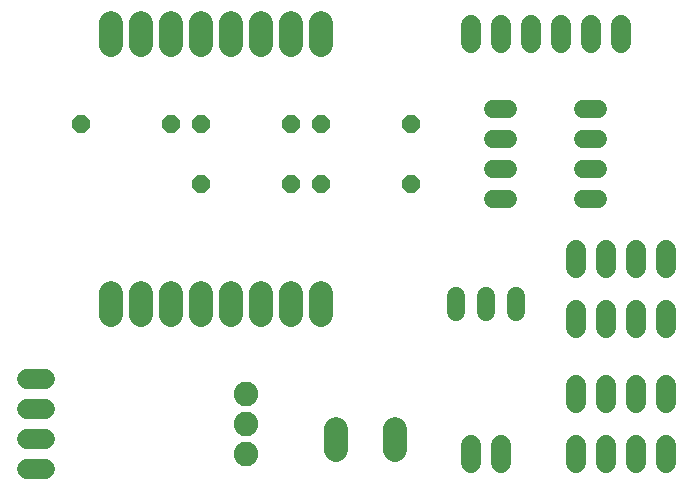
<source format=gbr>
G04 EAGLE Gerber X2 export*
%TF.Part,Single*%
%TF.FileFunction,Soldermask,Bot,1*%
%TF.FilePolarity,Negative*%
%TF.GenerationSoftware,Autodesk,EAGLE,9.1.0*%
%TF.CreationDate,2018-07-07T09:38:12Z*%
G75*
%MOMM*%
%FSLAX34Y34*%
%LPD*%
%AMOC8*
5,1,8,0,0,1.08239X$1,22.5*%
G01*
%ADD10C,1.727200*%
%ADD11C,1.993900*%
%ADD12C,2.032000*%
%ADD13P,1.649562X8X202.500000*%
%ADD14C,2.082800*%
%ADD15C,1.524000*%
%ADD16P,1.649562X8X22.500000*%


D10*
X533400Y414020D02*
X533400Y398780D01*
X508000Y398780D02*
X508000Y414020D01*
X482600Y414020D02*
X482600Y398780D01*
X457200Y398780D02*
X457200Y414020D01*
X431800Y414020D02*
X431800Y398780D01*
X406400Y398780D02*
X406400Y414020D01*
D11*
X292500Y72454D02*
X292500Y54547D01*
X342500Y54547D02*
X342500Y72454D01*
D10*
X431800Y58420D02*
X431800Y43180D01*
X406400Y43180D02*
X406400Y58420D01*
D12*
X101600Y168656D02*
X101600Y186944D01*
X127000Y186944D02*
X127000Y168656D01*
X152400Y168656D02*
X152400Y186944D01*
X177800Y186944D02*
X177800Y168656D01*
X203200Y168656D02*
X203200Y186944D01*
X228600Y186944D02*
X228600Y168656D01*
X254000Y168656D02*
X254000Y186944D01*
X279400Y186944D02*
X279400Y168656D01*
X101600Y397256D02*
X101600Y415544D01*
X127000Y415544D02*
X127000Y397256D01*
X152400Y397256D02*
X152400Y415544D01*
X177800Y415544D02*
X177800Y397256D01*
X203200Y397256D02*
X203200Y415544D01*
X228600Y415544D02*
X228600Y397256D01*
X254000Y397256D02*
X254000Y415544D01*
X279400Y415544D02*
X279400Y397256D01*
D10*
X45720Y114300D02*
X30480Y114300D01*
X30480Y88900D02*
X45720Y88900D01*
X45720Y63500D02*
X30480Y63500D01*
X30480Y38100D02*
X45720Y38100D01*
X495300Y93980D02*
X495300Y109220D01*
X520700Y109220D02*
X520700Y93980D01*
X546100Y93980D02*
X546100Y109220D01*
X571500Y109220D02*
X571500Y93980D01*
X495300Y208280D02*
X495300Y223520D01*
X520700Y223520D02*
X520700Y208280D01*
X546100Y208280D02*
X546100Y223520D01*
X571500Y223520D02*
X571500Y208280D01*
D13*
X254000Y330200D03*
X177800Y330200D03*
X152400Y330200D03*
X76200Y330200D03*
D14*
X215900Y101600D03*
X215900Y76200D03*
X215900Y50800D03*
D10*
X495300Y157480D02*
X495300Y172720D01*
X520700Y172720D02*
X520700Y157480D01*
X546100Y157480D02*
X546100Y172720D01*
X571500Y172720D02*
X571500Y157480D01*
D15*
X438404Y342900D02*
X425196Y342900D01*
X425196Y317500D02*
X438404Y317500D01*
X438404Y292100D02*
X425196Y292100D01*
X425196Y266700D02*
X438404Y266700D01*
X501396Y266700D02*
X514604Y266700D01*
X514604Y292100D02*
X501396Y292100D01*
X501396Y317500D02*
X514604Y317500D01*
X514604Y342900D02*
X501396Y342900D01*
D16*
X279400Y330200D03*
X355600Y330200D03*
X279400Y279400D03*
X355600Y279400D03*
D10*
X495300Y58420D02*
X495300Y43180D01*
X520700Y43180D02*
X520700Y58420D01*
X546100Y58420D02*
X546100Y43180D01*
X571500Y43180D02*
X571500Y58420D01*
D15*
X444500Y171196D02*
X444500Y184404D01*
X393700Y184404D02*
X393700Y171196D01*
X419100Y171196D02*
X419100Y184404D01*
D13*
X254000Y279400D03*
X177800Y279400D03*
M02*

</source>
